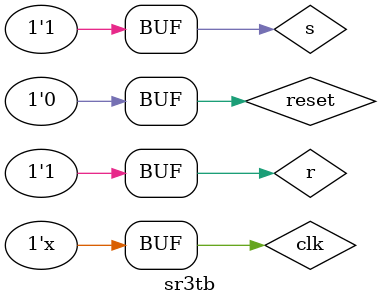
<source format=v>
`timescale 1ns / 1ps


module sr3tb;

	// Inputs
	reg clk;
	reg reset;
	reg s;
	reg r;

	// Outputs
	wire q;

	// Instantiate the Unit Under Test (UUT)
	sr3 uut (
		.clk(clk), 
		.reset(reset), 
		.s(s), 
		.r(r), 
		.q(q)
	);

	initial begin
		// Initialize Inputs
		clk = 0;
		reset = 1;
		

		// Wait 100 ns for global reset to finish
		#100  reset=0;s = 0;r = 0;
		#100  s=0;r=1;
		#100 s=1;r=0;
		#100 s=1;r=1;
		
        
		// Add stimulus here

	end
	always #30 clk=~clk;
      
endmodule


</source>
